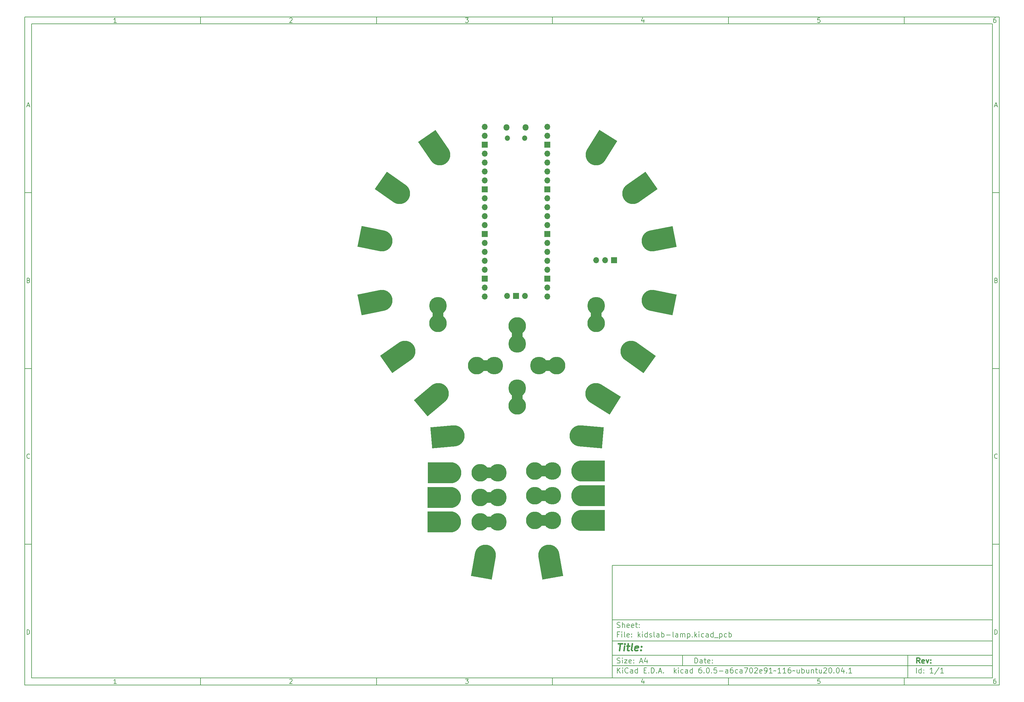
<source format=gbr>
%TF.GenerationSoftware,KiCad,Pcbnew,6.0.5-a6ca702e91~116~ubuntu20.04.1*%
%TF.CreationDate,2022-05-23T12:48:00+02:00*%
%TF.ProjectId,kidslab-lamp,6b696473-6c61-4622-9d6c-616d702e6b69,rev?*%
%TF.SameCoordinates,Original*%
%TF.FileFunction,Soldermask,Bot*%
%TF.FilePolarity,Negative*%
%FSLAX46Y46*%
G04 Gerber Fmt 4.6, Leading zero omitted, Abs format (unit mm)*
G04 Created by KiCad (PCBNEW 6.0.5-a6ca702e91~116~ubuntu20.04.1) date 2022-05-23 12:48:00*
%MOMM*%
%LPD*%
G01*
G04 APERTURE LIST*
G04 Aperture macros list*
%AMFreePoly0*
4,1,48,0.468453,2.455718,0.772542,2.377641,1.064448,2.262068,1.339567,2.110820,1.593560,1.926283,1.822422,1.711368,1.955916,1.550000,3.250000,1.550000,3.285355,1.535355,3.300000,1.500000,3.300000,-1.500000,3.285355,-1.535355,3.250000,-1.550000,1.955916,-1.550000,1.822422,-1.711368,1.593560,-1.926283,1.339567,-2.110820,1.064448,-2.262068,0.772542,-2.377641,0.468453,-2.455718,
0.156976,-2.495067,-0.156976,-2.495067,-0.468453,-2.455718,-0.772542,-2.377641,-1.064448,-2.262068,-1.339567,-2.110820,-1.593560,-1.926283,-1.822422,-1.711368,-2.022542,-1.469463,-2.190767,-1.204384,-2.324441,-0.920311,-2.421458,-0.621725,-2.480287,-0.313333,-2.500000,0.000000,-2.480287,0.313333,-2.421458,0.621725,-2.324441,0.920311,-2.190767,1.204384,-2.022542,1.469463,-1.822422,1.711368,
-1.593560,1.926283,-1.339567,2.110820,-1.064448,2.262068,-0.772542,2.377641,-0.468453,2.455718,-0.156976,2.495067,0.156976,2.495067,0.468453,2.455718,0.468453,2.455718,$1*%
%AMFreePoly1*
4,1,34,6.500000,-3.000000,0.000000,-3.000000,0.000000,-2.998354,-0.313585,-2.983566,-0.654430,-2.927750,-0.986600,-2.833129,-1.305693,-2.700956,-1.607480,-2.532984,-1.887961,-2.331438,-2.143418,-2.098991,-2.370465,-1.838721,-2.566093,-1.554081,-2.727708,-1.248842,-2.853170,-0.927051,-2.940814,-0.592972,-2.989479,-0.251034,-2.998520,0.094232,-2.967817,0.438249,-2.897777,0.776457,-2.789329,1.104374,
-2.643910,1.417652,-2.463448,1.712141,-2.250333,1.983936,-2.007392,2.229434,-1.737844,2.445383,-1.445261,2.628920,-1.133522,2.777612,-0.806759,2.889488,-0.469303,2.963065,-0.125627,2.997368,0.000000,2.995395,0.000000,3.000000,6.500000,3.000000,6.500000,-3.000000,6.500000,-3.000000,$1*%
G04 Aperture macros list end*
%ADD10C,0.100000*%
%ADD11C,0.150000*%
%ADD12C,0.300000*%
%ADD13C,0.400000*%
%ADD14FreePoly0,270.000000*%
%ADD15C,5.000000*%
%ADD16FreePoly0,0.000000*%
%ADD17FreePoly0,180.000000*%
%ADD18FreePoly0,90.000000*%
%ADD19FreePoly1,355.000000*%
%ADD20FreePoly1,220.000000*%
%ADD21FreePoly1,0.000000*%
%ADD22FreePoly1,191.500000*%
%ADD23FreePoly1,215.000000*%
%ADD24FreePoly1,180.000000*%
%ADD25FreePoly1,280.000000*%
%ADD26FreePoly1,145.000000*%
%ADD27FreePoly1,185.000000*%
%ADD28FreePoly1,58.000000*%
%ADD29FreePoly1,328.000000*%
%ADD30FreePoly1,260.000000*%
%ADD31FreePoly1,348.500000*%
%ADD32FreePoly1,11.000000*%
%ADD33FreePoly1,35.000000*%
%ADD34FreePoly1,124.500000*%
%ADD35FreePoly1,168.500000*%
%ADD36FreePoly1,324.500000*%
%ADD37O,1.800000X1.800000*%
%ADD38O,1.500000X1.500000*%
%ADD39O,1.700000X1.700000*%
%ADD40R,1.700000X1.700000*%
G04 APERTURE END LIST*
D10*
D11*
X177002200Y-166007200D02*
X177002200Y-198007200D01*
X285002200Y-198007200D01*
X285002200Y-166007200D01*
X177002200Y-166007200D01*
D10*
D11*
X10000000Y-10000000D02*
X10000000Y-200007200D01*
X287002200Y-200007200D01*
X287002200Y-10000000D01*
X10000000Y-10000000D01*
D10*
D11*
X12000000Y-12000000D02*
X12000000Y-198007200D01*
X285002200Y-198007200D01*
X285002200Y-12000000D01*
X12000000Y-12000000D01*
D10*
D11*
X60000000Y-12000000D02*
X60000000Y-10000000D01*
D10*
D11*
X110000000Y-12000000D02*
X110000000Y-10000000D01*
D10*
D11*
X160000000Y-12000000D02*
X160000000Y-10000000D01*
D10*
D11*
X210000000Y-12000000D02*
X210000000Y-10000000D01*
D10*
D11*
X260000000Y-12000000D02*
X260000000Y-10000000D01*
D10*
D11*
X36065476Y-11588095D02*
X35322619Y-11588095D01*
X35694047Y-11588095D02*
X35694047Y-10288095D01*
X35570238Y-10473809D01*
X35446428Y-10597619D01*
X35322619Y-10659523D01*
D10*
D11*
X85322619Y-10411904D02*
X85384523Y-10350000D01*
X85508333Y-10288095D01*
X85817857Y-10288095D01*
X85941666Y-10350000D01*
X86003571Y-10411904D01*
X86065476Y-10535714D01*
X86065476Y-10659523D01*
X86003571Y-10845238D01*
X85260714Y-11588095D01*
X86065476Y-11588095D01*
D10*
D11*
X135260714Y-10288095D02*
X136065476Y-10288095D01*
X135632142Y-10783333D01*
X135817857Y-10783333D01*
X135941666Y-10845238D01*
X136003571Y-10907142D01*
X136065476Y-11030952D01*
X136065476Y-11340476D01*
X136003571Y-11464285D01*
X135941666Y-11526190D01*
X135817857Y-11588095D01*
X135446428Y-11588095D01*
X135322619Y-11526190D01*
X135260714Y-11464285D01*
D10*
D11*
X185941666Y-10721428D02*
X185941666Y-11588095D01*
X185632142Y-10226190D02*
X185322619Y-11154761D01*
X186127380Y-11154761D01*
D10*
D11*
X236003571Y-10288095D02*
X235384523Y-10288095D01*
X235322619Y-10907142D01*
X235384523Y-10845238D01*
X235508333Y-10783333D01*
X235817857Y-10783333D01*
X235941666Y-10845238D01*
X236003571Y-10907142D01*
X236065476Y-11030952D01*
X236065476Y-11340476D01*
X236003571Y-11464285D01*
X235941666Y-11526190D01*
X235817857Y-11588095D01*
X235508333Y-11588095D01*
X235384523Y-11526190D01*
X235322619Y-11464285D01*
D10*
D11*
X285941666Y-10288095D02*
X285694047Y-10288095D01*
X285570238Y-10350000D01*
X285508333Y-10411904D01*
X285384523Y-10597619D01*
X285322619Y-10845238D01*
X285322619Y-11340476D01*
X285384523Y-11464285D01*
X285446428Y-11526190D01*
X285570238Y-11588095D01*
X285817857Y-11588095D01*
X285941666Y-11526190D01*
X286003571Y-11464285D01*
X286065476Y-11340476D01*
X286065476Y-11030952D01*
X286003571Y-10907142D01*
X285941666Y-10845238D01*
X285817857Y-10783333D01*
X285570238Y-10783333D01*
X285446428Y-10845238D01*
X285384523Y-10907142D01*
X285322619Y-11030952D01*
D10*
D11*
X60000000Y-198007200D02*
X60000000Y-200007200D01*
D10*
D11*
X110000000Y-198007200D02*
X110000000Y-200007200D01*
D10*
D11*
X160000000Y-198007200D02*
X160000000Y-200007200D01*
D10*
D11*
X210000000Y-198007200D02*
X210000000Y-200007200D01*
D10*
D11*
X260000000Y-198007200D02*
X260000000Y-200007200D01*
D10*
D11*
X36065476Y-199595295D02*
X35322619Y-199595295D01*
X35694047Y-199595295D02*
X35694047Y-198295295D01*
X35570238Y-198481009D01*
X35446428Y-198604819D01*
X35322619Y-198666723D01*
D10*
D11*
X85322619Y-198419104D02*
X85384523Y-198357200D01*
X85508333Y-198295295D01*
X85817857Y-198295295D01*
X85941666Y-198357200D01*
X86003571Y-198419104D01*
X86065476Y-198542914D01*
X86065476Y-198666723D01*
X86003571Y-198852438D01*
X85260714Y-199595295D01*
X86065476Y-199595295D01*
D10*
D11*
X135260714Y-198295295D02*
X136065476Y-198295295D01*
X135632142Y-198790533D01*
X135817857Y-198790533D01*
X135941666Y-198852438D01*
X136003571Y-198914342D01*
X136065476Y-199038152D01*
X136065476Y-199347676D01*
X136003571Y-199471485D01*
X135941666Y-199533390D01*
X135817857Y-199595295D01*
X135446428Y-199595295D01*
X135322619Y-199533390D01*
X135260714Y-199471485D01*
D10*
D11*
X185941666Y-198728628D02*
X185941666Y-199595295D01*
X185632142Y-198233390D02*
X185322619Y-199161961D01*
X186127380Y-199161961D01*
D10*
D11*
X236003571Y-198295295D02*
X235384523Y-198295295D01*
X235322619Y-198914342D01*
X235384523Y-198852438D01*
X235508333Y-198790533D01*
X235817857Y-198790533D01*
X235941666Y-198852438D01*
X236003571Y-198914342D01*
X236065476Y-199038152D01*
X236065476Y-199347676D01*
X236003571Y-199471485D01*
X235941666Y-199533390D01*
X235817857Y-199595295D01*
X235508333Y-199595295D01*
X235384523Y-199533390D01*
X235322619Y-199471485D01*
D10*
D11*
X285941666Y-198295295D02*
X285694047Y-198295295D01*
X285570238Y-198357200D01*
X285508333Y-198419104D01*
X285384523Y-198604819D01*
X285322619Y-198852438D01*
X285322619Y-199347676D01*
X285384523Y-199471485D01*
X285446428Y-199533390D01*
X285570238Y-199595295D01*
X285817857Y-199595295D01*
X285941666Y-199533390D01*
X286003571Y-199471485D01*
X286065476Y-199347676D01*
X286065476Y-199038152D01*
X286003571Y-198914342D01*
X285941666Y-198852438D01*
X285817857Y-198790533D01*
X285570238Y-198790533D01*
X285446428Y-198852438D01*
X285384523Y-198914342D01*
X285322619Y-199038152D01*
D10*
D11*
X10000000Y-60000000D02*
X12000000Y-60000000D01*
D10*
D11*
X10000000Y-110000000D02*
X12000000Y-110000000D01*
D10*
D11*
X10000000Y-160000000D02*
X12000000Y-160000000D01*
D10*
D11*
X10690476Y-35216666D02*
X11309523Y-35216666D01*
X10566666Y-35588095D02*
X11000000Y-34288095D01*
X11433333Y-35588095D01*
D10*
D11*
X11092857Y-84907142D02*
X11278571Y-84969047D01*
X11340476Y-85030952D01*
X11402380Y-85154761D01*
X11402380Y-85340476D01*
X11340476Y-85464285D01*
X11278571Y-85526190D01*
X11154761Y-85588095D01*
X10659523Y-85588095D01*
X10659523Y-84288095D01*
X11092857Y-84288095D01*
X11216666Y-84350000D01*
X11278571Y-84411904D01*
X11340476Y-84535714D01*
X11340476Y-84659523D01*
X11278571Y-84783333D01*
X11216666Y-84845238D01*
X11092857Y-84907142D01*
X10659523Y-84907142D01*
D10*
D11*
X11402380Y-135464285D02*
X11340476Y-135526190D01*
X11154761Y-135588095D01*
X11030952Y-135588095D01*
X10845238Y-135526190D01*
X10721428Y-135402380D01*
X10659523Y-135278571D01*
X10597619Y-135030952D01*
X10597619Y-134845238D01*
X10659523Y-134597619D01*
X10721428Y-134473809D01*
X10845238Y-134350000D01*
X11030952Y-134288095D01*
X11154761Y-134288095D01*
X11340476Y-134350000D01*
X11402380Y-134411904D01*
D10*
D11*
X10659523Y-185588095D02*
X10659523Y-184288095D01*
X10969047Y-184288095D01*
X11154761Y-184350000D01*
X11278571Y-184473809D01*
X11340476Y-184597619D01*
X11402380Y-184845238D01*
X11402380Y-185030952D01*
X11340476Y-185278571D01*
X11278571Y-185402380D01*
X11154761Y-185526190D01*
X10969047Y-185588095D01*
X10659523Y-185588095D01*
D10*
D11*
X287002200Y-60000000D02*
X285002200Y-60000000D01*
D10*
D11*
X287002200Y-110000000D02*
X285002200Y-110000000D01*
D10*
D11*
X287002200Y-160000000D02*
X285002200Y-160000000D01*
D10*
D11*
X285692676Y-35216666D02*
X286311723Y-35216666D01*
X285568866Y-35588095D02*
X286002200Y-34288095D01*
X286435533Y-35588095D01*
D10*
D11*
X286095057Y-84907142D02*
X286280771Y-84969047D01*
X286342676Y-85030952D01*
X286404580Y-85154761D01*
X286404580Y-85340476D01*
X286342676Y-85464285D01*
X286280771Y-85526190D01*
X286156961Y-85588095D01*
X285661723Y-85588095D01*
X285661723Y-84288095D01*
X286095057Y-84288095D01*
X286218866Y-84350000D01*
X286280771Y-84411904D01*
X286342676Y-84535714D01*
X286342676Y-84659523D01*
X286280771Y-84783333D01*
X286218866Y-84845238D01*
X286095057Y-84907142D01*
X285661723Y-84907142D01*
D10*
D11*
X286404580Y-135464285D02*
X286342676Y-135526190D01*
X286156961Y-135588095D01*
X286033152Y-135588095D01*
X285847438Y-135526190D01*
X285723628Y-135402380D01*
X285661723Y-135278571D01*
X285599819Y-135030952D01*
X285599819Y-134845238D01*
X285661723Y-134597619D01*
X285723628Y-134473809D01*
X285847438Y-134350000D01*
X286033152Y-134288095D01*
X286156961Y-134288095D01*
X286342676Y-134350000D01*
X286404580Y-134411904D01*
D10*
D11*
X285661723Y-185588095D02*
X285661723Y-184288095D01*
X285971247Y-184288095D01*
X286156961Y-184350000D01*
X286280771Y-184473809D01*
X286342676Y-184597619D01*
X286404580Y-184845238D01*
X286404580Y-185030952D01*
X286342676Y-185278571D01*
X286280771Y-185402380D01*
X286156961Y-185526190D01*
X285971247Y-185588095D01*
X285661723Y-185588095D01*
D10*
D11*
X200434342Y-193785771D02*
X200434342Y-192285771D01*
X200791485Y-192285771D01*
X201005771Y-192357200D01*
X201148628Y-192500057D01*
X201220057Y-192642914D01*
X201291485Y-192928628D01*
X201291485Y-193142914D01*
X201220057Y-193428628D01*
X201148628Y-193571485D01*
X201005771Y-193714342D01*
X200791485Y-193785771D01*
X200434342Y-193785771D01*
X202577200Y-193785771D02*
X202577200Y-193000057D01*
X202505771Y-192857200D01*
X202362914Y-192785771D01*
X202077200Y-192785771D01*
X201934342Y-192857200D01*
X202577200Y-193714342D02*
X202434342Y-193785771D01*
X202077200Y-193785771D01*
X201934342Y-193714342D01*
X201862914Y-193571485D01*
X201862914Y-193428628D01*
X201934342Y-193285771D01*
X202077200Y-193214342D01*
X202434342Y-193214342D01*
X202577200Y-193142914D01*
X203077200Y-192785771D02*
X203648628Y-192785771D01*
X203291485Y-192285771D02*
X203291485Y-193571485D01*
X203362914Y-193714342D01*
X203505771Y-193785771D01*
X203648628Y-193785771D01*
X204720057Y-193714342D02*
X204577200Y-193785771D01*
X204291485Y-193785771D01*
X204148628Y-193714342D01*
X204077200Y-193571485D01*
X204077200Y-193000057D01*
X204148628Y-192857200D01*
X204291485Y-192785771D01*
X204577200Y-192785771D01*
X204720057Y-192857200D01*
X204791485Y-193000057D01*
X204791485Y-193142914D01*
X204077200Y-193285771D01*
X205434342Y-193642914D02*
X205505771Y-193714342D01*
X205434342Y-193785771D01*
X205362914Y-193714342D01*
X205434342Y-193642914D01*
X205434342Y-193785771D01*
X205434342Y-192857200D02*
X205505771Y-192928628D01*
X205434342Y-193000057D01*
X205362914Y-192928628D01*
X205434342Y-192857200D01*
X205434342Y-193000057D01*
D10*
D11*
X177002200Y-194507200D02*
X285002200Y-194507200D01*
D10*
D11*
X178434342Y-196585771D02*
X178434342Y-195085771D01*
X179291485Y-196585771D02*
X178648628Y-195728628D01*
X179291485Y-195085771D02*
X178434342Y-195942914D01*
X179934342Y-196585771D02*
X179934342Y-195585771D01*
X179934342Y-195085771D02*
X179862914Y-195157200D01*
X179934342Y-195228628D01*
X180005771Y-195157200D01*
X179934342Y-195085771D01*
X179934342Y-195228628D01*
X181505771Y-196442914D02*
X181434342Y-196514342D01*
X181220057Y-196585771D01*
X181077200Y-196585771D01*
X180862914Y-196514342D01*
X180720057Y-196371485D01*
X180648628Y-196228628D01*
X180577200Y-195942914D01*
X180577200Y-195728628D01*
X180648628Y-195442914D01*
X180720057Y-195300057D01*
X180862914Y-195157200D01*
X181077200Y-195085771D01*
X181220057Y-195085771D01*
X181434342Y-195157200D01*
X181505771Y-195228628D01*
X182791485Y-196585771D02*
X182791485Y-195800057D01*
X182720057Y-195657200D01*
X182577200Y-195585771D01*
X182291485Y-195585771D01*
X182148628Y-195657200D01*
X182791485Y-196514342D02*
X182648628Y-196585771D01*
X182291485Y-196585771D01*
X182148628Y-196514342D01*
X182077200Y-196371485D01*
X182077200Y-196228628D01*
X182148628Y-196085771D01*
X182291485Y-196014342D01*
X182648628Y-196014342D01*
X182791485Y-195942914D01*
X184148628Y-196585771D02*
X184148628Y-195085771D01*
X184148628Y-196514342D02*
X184005771Y-196585771D01*
X183720057Y-196585771D01*
X183577200Y-196514342D01*
X183505771Y-196442914D01*
X183434342Y-196300057D01*
X183434342Y-195871485D01*
X183505771Y-195728628D01*
X183577200Y-195657200D01*
X183720057Y-195585771D01*
X184005771Y-195585771D01*
X184148628Y-195657200D01*
X186005771Y-195800057D02*
X186505771Y-195800057D01*
X186720057Y-196585771D02*
X186005771Y-196585771D01*
X186005771Y-195085771D01*
X186720057Y-195085771D01*
X187362914Y-196442914D02*
X187434342Y-196514342D01*
X187362914Y-196585771D01*
X187291485Y-196514342D01*
X187362914Y-196442914D01*
X187362914Y-196585771D01*
X188077200Y-196585771D02*
X188077200Y-195085771D01*
X188434342Y-195085771D01*
X188648628Y-195157200D01*
X188791485Y-195300057D01*
X188862914Y-195442914D01*
X188934342Y-195728628D01*
X188934342Y-195942914D01*
X188862914Y-196228628D01*
X188791485Y-196371485D01*
X188648628Y-196514342D01*
X188434342Y-196585771D01*
X188077200Y-196585771D01*
X189577200Y-196442914D02*
X189648628Y-196514342D01*
X189577200Y-196585771D01*
X189505771Y-196514342D01*
X189577200Y-196442914D01*
X189577200Y-196585771D01*
X190220057Y-196157200D02*
X190934342Y-196157200D01*
X190077200Y-196585771D02*
X190577200Y-195085771D01*
X191077200Y-196585771D01*
X191577200Y-196442914D02*
X191648628Y-196514342D01*
X191577200Y-196585771D01*
X191505771Y-196514342D01*
X191577200Y-196442914D01*
X191577200Y-196585771D01*
X194577200Y-196585771D02*
X194577200Y-195085771D01*
X194720057Y-196014342D02*
X195148628Y-196585771D01*
X195148628Y-195585771D02*
X194577200Y-196157200D01*
X195791485Y-196585771D02*
X195791485Y-195585771D01*
X195791485Y-195085771D02*
X195720057Y-195157200D01*
X195791485Y-195228628D01*
X195862914Y-195157200D01*
X195791485Y-195085771D01*
X195791485Y-195228628D01*
X197148628Y-196514342D02*
X197005771Y-196585771D01*
X196720057Y-196585771D01*
X196577200Y-196514342D01*
X196505771Y-196442914D01*
X196434342Y-196300057D01*
X196434342Y-195871485D01*
X196505771Y-195728628D01*
X196577200Y-195657200D01*
X196720057Y-195585771D01*
X197005771Y-195585771D01*
X197148628Y-195657200D01*
X198434342Y-196585771D02*
X198434342Y-195800057D01*
X198362914Y-195657200D01*
X198220057Y-195585771D01*
X197934342Y-195585771D01*
X197791485Y-195657200D01*
X198434342Y-196514342D02*
X198291485Y-196585771D01*
X197934342Y-196585771D01*
X197791485Y-196514342D01*
X197720057Y-196371485D01*
X197720057Y-196228628D01*
X197791485Y-196085771D01*
X197934342Y-196014342D01*
X198291485Y-196014342D01*
X198434342Y-195942914D01*
X199791485Y-196585771D02*
X199791485Y-195085771D01*
X199791485Y-196514342D02*
X199648628Y-196585771D01*
X199362914Y-196585771D01*
X199220057Y-196514342D01*
X199148628Y-196442914D01*
X199077200Y-196300057D01*
X199077200Y-195871485D01*
X199148628Y-195728628D01*
X199220057Y-195657200D01*
X199362914Y-195585771D01*
X199648628Y-195585771D01*
X199791485Y-195657200D01*
X202291485Y-195085771D02*
X202005771Y-195085771D01*
X201862914Y-195157200D01*
X201791485Y-195228628D01*
X201648628Y-195442914D01*
X201577200Y-195728628D01*
X201577200Y-196300057D01*
X201648628Y-196442914D01*
X201720057Y-196514342D01*
X201862914Y-196585771D01*
X202148628Y-196585771D01*
X202291485Y-196514342D01*
X202362914Y-196442914D01*
X202434342Y-196300057D01*
X202434342Y-195942914D01*
X202362914Y-195800057D01*
X202291485Y-195728628D01*
X202148628Y-195657200D01*
X201862914Y-195657200D01*
X201720057Y-195728628D01*
X201648628Y-195800057D01*
X201577200Y-195942914D01*
X203077200Y-196442914D02*
X203148628Y-196514342D01*
X203077200Y-196585771D01*
X203005771Y-196514342D01*
X203077200Y-196442914D01*
X203077200Y-196585771D01*
X204077200Y-195085771D02*
X204220057Y-195085771D01*
X204362914Y-195157200D01*
X204434342Y-195228628D01*
X204505771Y-195371485D01*
X204577200Y-195657200D01*
X204577200Y-196014342D01*
X204505771Y-196300057D01*
X204434342Y-196442914D01*
X204362914Y-196514342D01*
X204220057Y-196585771D01*
X204077200Y-196585771D01*
X203934342Y-196514342D01*
X203862914Y-196442914D01*
X203791485Y-196300057D01*
X203720057Y-196014342D01*
X203720057Y-195657200D01*
X203791485Y-195371485D01*
X203862914Y-195228628D01*
X203934342Y-195157200D01*
X204077200Y-195085771D01*
X205220057Y-196442914D02*
X205291485Y-196514342D01*
X205220057Y-196585771D01*
X205148628Y-196514342D01*
X205220057Y-196442914D01*
X205220057Y-196585771D01*
X206648628Y-195085771D02*
X205934342Y-195085771D01*
X205862914Y-195800057D01*
X205934342Y-195728628D01*
X206077200Y-195657200D01*
X206434342Y-195657200D01*
X206577200Y-195728628D01*
X206648628Y-195800057D01*
X206720057Y-195942914D01*
X206720057Y-196300057D01*
X206648628Y-196442914D01*
X206577200Y-196514342D01*
X206434342Y-196585771D01*
X206077200Y-196585771D01*
X205934342Y-196514342D01*
X205862914Y-196442914D01*
X207362914Y-196014342D02*
X208505771Y-196014342D01*
X209862914Y-196585771D02*
X209862914Y-195800057D01*
X209791485Y-195657200D01*
X209648628Y-195585771D01*
X209362914Y-195585771D01*
X209220057Y-195657200D01*
X209862914Y-196514342D02*
X209720057Y-196585771D01*
X209362914Y-196585771D01*
X209220057Y-196514342D01*
X209148628Y-196371485D01*
X209148628Y-196228628D01*
X209220057Y-196085771D01*
X209362914Y-196014342D01*
X209720057Y-196014342D01*
X209862914Y-195942914D01*
X211220057Y-195085771D02*
X210934342Y-195085771D01*
X210791485Y-195157200D01*
X210720057Y-195228628D01*
X210577200Y-195442914D01*
X210505771Y-195728628D01*
X210505771Y-196300057D01*
X210577200Y-196442914D01*
X210648628Y-196514342D01*
X210791485Y-196585771D01*
X211077200Y-196585771D01*
X211220057Y-196514342D01*
X211291485Y-196442914D01*
X211362914Y-196300057D01*
X211362914Y-195942914D01*
X211291485Y-195800057D01*
X211220057Y-195728628D01*
X211077200Y-195657200D01*
X210791485Y-195657200D01*
X210648628Y-195728628D01*
X210577200Y-195800057D01*
X210505771Y-195942914D01*
X212648628Y-196514342D02*
X212505771Y-196585771D01*
X212220057Y-196585771D01*
X212077200Y-196514342D01*
X212005771Y-196442914D01*
X211934342Y-196300057D01*
X211934342Y-195871485D01*
X212005771Y-195728628D01*
X212077200Y-195657200D01*
X212220057Y-195585771D01*
X212505771Y-195585771D01*
X212648628Y-195657200D01*
X213934342Y-196585771D02*
X213934342Y-195800057D01*
X213862914Y-195657200D01*
X213720057Y-195585771D01*
X213434342Y-195585771D01*
X213291485Y-195657200D01*
X213934342Y-196514342D02*
X213791485Y-196585771D01*
X213434342Y-196585771D01*
X213291485Y-196514342D01*
X213220057Y-196371485D01*
X213220057Y-196228628D01*
X213291485Y-196085771D01*
X213434342Y-196014342D01*
X213791485Y-196014342D01*
X213934342Y-195942914D01*
X214505771Y-195085771D02*
X215505771Y-195085771D01*
X214862914Y-196585771D01*
X216362914Y-195085771D02*
X216505771Y-195085771D01*
X216648628Y-195157200D01*
X216720057Y-195228628D01*
X216791485Y-195371485D01*
X216862914Y-195657200D01*
X216862914Y-196014342D01*
X216791485Y-196300057D01*
X216720057Y-196442914D01*
X216648628Y-196514342D01*
X216505771Y-196585771D01*
X216362914Y-196585771D01*
X216220057Y-196514342D01*
X216148628Y-196442914D01*
X216077200Y-196300057D01*
X216005771Y-196014342D01*
X216005771Y-195657200D01*
X216077200Y-195371485D01*
X216148628Y-195228628D01*
X216220057Y-195157200D01*
X216362914Y-195085771D01*
X217434342Y-195228628D02*
X217505771Y-195157200D01*
X217648628Y-195085771D01*
X218005771Y-195085771D01*
X218148628Y-195157200D01*
X218220057Y-195228628D01*
X218291485Y-195371485D01*
X218291485Y-195514342D01*
X218220057Y-195728628D01*
X217362914Y-196585771D01*
X218291485Y-196585771D01*
X219505771Y-196514342D02*
X219362914Y-196585771D01*
X219077200Y-196585771D01*
X218934342Y-196514342D01*
X218862914Y-196371485D01*
X218862914Y-195800057D01*
X218934342Y-195657200D01*
X219077200Y-195585771D01*
X219362914Y-195585771D01*
X219505771Y-195657200D01*
X219577200Y-195800057D01*
X219577200Y-195942914D01*
X218862914Y-196085771D01*
X220291485Y-196585771D02*
X220577200Y-196585771D01*
X220720057Y-196514342D01*
X220791485Y-196442914D01*
X220934342Y-196228628D01*
X221005771Y-195942914D01*
X221005771Y-195371485D01*
X220934342Y-195228628D01*
X220862914Y-195157200D01*
X220720057Y-195085771D01*
X220434342Y-195085771D01*
X220291485Y-195157200D01*
X220220057Y-195228628D01*
X220148628Y-195371485D01*
X220148628Y-195728628D01*
X220220057Y-195871485D01*
X220291485Y-195942914D01*
X220434342Y-196014342D01*
X220720057Y-196014342D01*
X220862914Y-195942914D01*
X220934342Y-195871485D01*
X221005771Y-195728628D01*
X222434342Y-196585771D02*
X221577199Y-196585771D01*
X222005771Y-196585771D02*
X222005771Y-195085771D01*
X221862914Y-195300057D01*
X221720057Y-195442914D01*
X221577199Y-195514342D01*
X222862914Y-196014342D02*
X222934342Y-195942914D01*
X223077199Y-195871485D01*
X223362914Y-196014342D01*
X223505771Y-195942914D01*
X223577199Y-195871485D01*
X224934342Y-196585771D02*
X224077199Y-196585771D01*
X224505771Y-196585771D02*
X224505771Y-195085771D01*
X224362914Y-195300057D01*
X224220057Y-195442914D01*
X224077199Y-195514342D01*
X226362914Y-196585771D02*
X225505771Y-196585771D01*
X225934342Y-196585771D02*
X225934342Y-195085771D01*
X225791485Y-195300057D01*
X225648628Y-195442914D01*
X225505771Y-195514342D01*
X227648628Y-195085771D02*
X227362914Y-195085771D01*
X227220057Y-195157200D01*
X227148628Y-195228628D01*
X227005771Y-195442914D01*
X226934342Y-195728628D01*
X226934342Y-196300057D01*
X227005771Y-196442914D01*
X227077199Y-196514342D01*
X227220057Y-196585771D01*
X227505771Y-196585771D01*
X227648628Y-196514342D01*
X227720057Y-196442914D01*
X227791485Y-196300057D01*
X227791485Y-195942914D01*
X227720057Y-195800057D01*
X227648628Y-195728628D01*
X227505771Y-195657200D01*
X227220057Y-195657200D01*
X227077199Y-195728628D01*
X227005771Y-195800057D01*
X226934342Y-195942914D01*
X228220057Y-196014342D02*
X228291485Y-195942914D01*
X228434342Y-195871485D01*
X228720057Y-196014342D01*
X228862914Y-195942914D01*
X228934342Y-195871485D01*
X230148628Y-195585771D02*
X230148628Y-196585771D01*
X229505771Y-195585771D02*
X229505771Y-196371485D01*
X229577199Y-196514342D01*
X229720057Y-196585771D01*
X229934342Y-196585771D01*
X230077199Y-196514342D01*
X230148628Y-196442914D01*
X230862914Y-196585771D02*
X230862914Y-195085771D01*
X230862914Y-195657200D02*
X231005771Y-195585771D01*
X231291485Y-195585771D01*
X231434342Y-195657200D01*
X231505771Y-195728628D01*
X231577199Y-195871485D01*
X231577199Y-196300057D01*
X231505771Y-196442914D01*
X231434342Y-196514342D01*
X231291485Y-196585771D01*
X231005771Y-196585771D01*
X230862914Y-196514342D01*
X232862914Y-195585771D02*
X232862914Y-196585771D01*
X232220057Y-195585771D02*
X232220057Y-196371485D01*
X232291485Y-196514342D01*
X232434342Y-196585771D01*
X232648628Y-196585771D01*
X232791485Y-196514342D01*
X232862914Y-196442914D01*
X233577199Y-195585771D02*
X233577199Y-196585771D01*
X233577199Y-195728628D02*
X233648628Y-195657200D01*
X233791485Y-195585771D01*
X234005771Y-195585771D01*
X234148628Y-195657200D01*
X234220057Y-195800057D01*
X234220057Y-196585771D01*
X234720057Y-195585771D02*
X235291485Y-195585771D01*
X234934342Y-195085771D02*
X234934342Y-196371485D01*
X235005771Y-196514342D01*
X235148628Y-196585771D01*
X235291485Y-196585771D01*
X236434342Y-195585771D02*
X236434342Y-196585771D01*
X235791485Y-195585771D02*
X235791485Y-196371485D01*
X235862914Y-196514342D01*
X236005771Y-196585771D01*
X236220057Y-196585771D01*
X236362914Y-196514342D01*
X236434342Y-196442914D01*
X237077199Y-195228628D02*
X237148628Y-195157200D01*
X237291485Y-195085771D01*
X237648628Y-195085771D01*
X237791485Y-195157200D01*
X237862914Y-195228628D01*
X237934342Y-195371485D01*
X237934342Y-195514342D01*
X237862914Y-195728628D01*
X237005771Y-196585771D01*
X237934342Y-196585771D01*
X238862914Y-195085771D02*
X239005771Y-195085771D01*
X239148628Y-195157200D01*
X239220057Y-195228628D01*
X239291485Y-195371485D01*
X239362914Y-195657200D01*
X239362914Y-196014342D01*
X239291485Y-196300057D01*
X239220057Y-196442914D01*
X239148628Y-196514342D01*
X239005771Y-196585771D01*
X238862914Y-196585771D01*
X238720057Y-196514342D01*
X238648628Y-196442914D01*
X238577199Y-196300057D01*
X238505771Y-196014342D01*
X238505771Y-195657200D01*
X238577199Y-195371485D01*
X238648628Y-195228628D01*
X238720057Y-195157200D01*
X238862914Y-195085771D01*
X240005771Y-196442914D02*
X240077199Y-196514342D01*
X240005771Y-196585771D01*
X239934342Y-196514342D01*
X240005771Y-196442914D01*
X240005771Y-196585771D01*
X241005771Y-195085771D02*
X241148628Y-195085771D01*
X241291485Y-195157200D01*
X241362914Y-195228628D01*
X241434342Y-195371485D01*
X241505771Y-195657200D01*
X241505771Y-196014342D01*
X241434342Y-196300057D01*
X241362914Y-196442914D01*
X241291485Y-196514342D01*
X241148628Y-196585771D01*
X241005771Y-196585771D01*
X240862914Y-196514342D01*
X240791485Y-196442914D01*
X240720057Y-196300057D01*
X240648628Y-196014342D01*
X240648628Y-195657200D01*
X240720057Y-195371485D01*
X240791485Y-195228628D01*
X240862914Y-195157200D01*
X241005771Y-195085771D01*
X242791485Y-195585771D02*
X242791485Y-196585771D01*
X242434342Y-195014342D02*
X242077199Y-196085771D01*
X243005771Y-196085771D01*
X243577199Y-196442914D02*
X243648628Y-196514342D01*
X243577199Y-196585771D01*
X243505771Y-196514342D01*
X243577199Y-196442914D01*
X243577199Y-196585771D01*
X245077199Y-196585771D02*
X244220057Y-196585771D01*
X244648628Y-196585771D02*
X244648628Y-195085771D01*
X244505771Y-195300057D01*
X244362914Y-195442914D01*
X244220057Y-195514342D01*
D10*
D11*
X177002200Y-191507200D02*
X285002200Y-191507200D01*
D10*
D12*
X264411485Y-193785771D02*
X263911485Y-193071485D01*
X263554342Y-193785771D02*
X263554342Y-192285771D01*
X264125771Y-192285771D01*
X264268628Y-192357200D01*
X264340057Y-192428628D01*
X264411485Y-192571485D01*
X264411485Y-192785771D01*
X264340057Y-192928628D01*
X264268628Y-193000057D01*
X264125771Y-193071485D01*
X263554342Y-193071485D01*
X265625771Y-193714342D02*
X265482914Y-193785771D01*
X265197200Y-193785771D01*
X265054342Y-193714342D01*
X264982914Y-193571485D01*
X264982914Y-193000057D01*
X265054342Y-192857200D01*
X265197200Y-192785771D01*
X265482914Y-192785771D01*
X265625771Y-192857200D01*
X265697200Y-193000057D01*
X265697200Y-193142914D01*
X264982914Y-193285771D01*
X266197200Y-192785771D02*
X266554342Y-193785771D01*
X266911485Y-192785771D01*
X267482914Y-193642914D02*
X267554342Y-193714342D01*
X267482914Y-193785771D01*
X267411485Y-193714342D01*
X267482914Y-193642914D01*
X267482914Y-193785771D01*
X267482914Y-192857200D02*
X267554342Y-192928628D01*
X267482914Y-193000057D01*
X267411485Y-192928628D01*
X267482914Y-192857200D01*
X267482914Y-193000057D01*
D10*
D11*
X178362914Y-193714342D02*
X178577200Y-193785771D01*
X178934342Y-193785771D01*
X179077200Y-193714342D01*
X179148628Y-193642914D01*
X179220057Y-193500057D01*
X179220057Y-193357200D01*
X179148628Y-193214342D01*
X179077200Y-193142914D01*
X178934342Y-193071485D01*
X178648628Y-193000057D01*
X178505771Y-192928628D01*
X178434342Y-192857200D01*
X178362914Y-192714342D01*
X178362914Y-192571485D01*
X178434342Y-192428628D01*
X178505771Y-192357200D01*
X178648628Y-192285771D01*
X179005771Y-192285771D01*
X179220057Y-192357200D01*
X179862914Y-193785771D02*
X179862914Y-192785771D01*
X179862914Y-192285771D02*
X179791485Y-192357200D01*
X179862914Y-192428628D01*
X179934342Y-192357200D01*
X179862914Y-192285771D01*
X179862914Y-192428628D01*
X180434342Y-192785771D02*
X181220057Y-192785771D01*
X180434342Y-193785771D01*
X181220057Y-193785771D01*
X182362914Y-193714342D02*
X182220057Y-193785771D01*
X181934342Y-193785771D01*
X181791485Y-193714342D01*
X181720057Y-193571485D01*
X181720057Y-193000057D01*
X181791485Y-192857200D01*
X181934342Y-192785771D01*
X182220057Y-192785771D01*
X182362914Y-192857200D01*
X182434342Y-193000057D01*
X182434342Y-193142914D01*
X181720057Y-193285771D01*
X183077200Y-193642914D02*
X183148628Y-193714342D01*
X183077200Y-193785771D01*
X183005771Y-193714342D01*
X183077200Y-193642914D01*
X183077200Y-193785771D01*
X183077200Y-192857200D02*
X183148628Y-192928628D01*
X183077200Y-193000057D01*
X183005771Y-192928628D01*
X183077200Y-192857200D01*
X183077200Y-193000057D01*
X184862914Y-193357200D02*
X185577200Y-193357200D01*
X184720057Y-193785771D02*
X185220057Y-192285771D01*
X185720057Y-193785771D01*
X186862914Y-192785771D02*
X186862914Y-193785771D01*
X186505771Y-192214342D02*
X186148628Y-193285771D01*
X187077200Y-193285771D01*
D10*
D11*
X263434342Y-196585771D02*
X263434342Y-195085771D01*
X264791485Y-196585771D02*
X264791485Y-195085771D01*
X264791485Y-196514342D02*
X264648628Y-196585771D01*
X264362914Y-196585771D01*
X264220057Y-196514342D01*
X264148628Y-196442914D01*
X264077200Y-196300057D01*
X264077200Y-195871485D01*
X264148628Y-195728628D01*
X264220057Y-195657200D01*
X264362914Y-195585771D01*
X264648628Y-195585771D01*
X264791485Y-195657200D01*
X265505771Y-196442914D02*
X265577200Y-196514342D01*
X265505771Y-196585771D01*
X265434342Y-196514342D01*
X265505771Y-196442914D01*
X265505771Y-196585771D01*
X265505771Y-195657200D02*
X265577200Y-195728628D01*
X265505771Y-195800057D01*
X265434342Y-195728628D01*
X265505771Y-195657200D01*
X265505771Y-195800057D01*
X268148628Y-196585771D02*
X267291485Y-196585771D01*
X267720057Y-196585771D02*
X267720057Y-195085771D01*
X267577200Y-195300057D01*
X267434342Y-195442914D01*
X267291485Y-195514342D01*
X269862914Y-195014342D02*
X268577200Y-196942914D01*
X271148628Y-196585771D02*
X270291485Y-196585771D01*
X270720057Y-196585771D02*
X270720057Y-195085771D01*
X270577200Y-195300057D01*
X270434342Y-195442914D01*
X270291485Y-195514342D01*
D10*
D11*
X177002200Y-187507200D02*
X285002200Y-187507200D01*
D10*
D13*
X178714580Y-188211961D02*
X179857438Y-188211961D01*
X179036009Y-190211961D02*
X179286009Y-188211961D01*
X180274104Y-190211961D02*
X180440771Y-188878628D01*
X180524104Y-188211961D02*
X180416961Y-188307200D01*
X180500295Y-188402438D01*
X180607438Y-188307200D01*
X180524104Y-188211961D01*
X180500295Y-188402438D01*
X181107438Y-188878628D02*
X181869342Y-188878628D01*
X181476485Y-188211961D02*
X181262200Y-189926247D01*
X181333628Y-190116723D01*
X181512200Y-190211961D01*
X181702676Y-190211961D01*
X182655057Y-190211961D02*
X182476485Y-190116723D01*
X182405057Y-189926247D01*
X182619342Y-188211961D01*
X184190771Y-190116723D02*
X183988390Y-190211961D01*
X183607438Y-190211961D01*
X183428866Y-190116723D01*
X183357438Y-189926247D01*
X183452676Y-189164342D01*
X183571723Y-188973866D01*
X183774104Y-188878628D01*
X184155057Y-188878628D01*
X184333628Y-188973866D01*
X184405057Y-189164342D01*
X184381247Y-189354819D01*
X183405057Y-189545295D01*
X185155057Y-190021485D02*
X185238390Y-190116723D01*
X185131247Y-190211961D01*
X185047914Y-190116723D01*
X185155057Y-190021485D01*
X185131247Y-190211961D01*
X185286009Y-188973866D02*
X185369342Y-189069104D01*
X185262200Y-189164342D01*
X185178866Y-189069104D01*
X185286009Y-188973866D01*
X185262200Y-189164342D01*
D10*
D11*
X178934342Y-185600057D02*
X178434342Y-185600057D01*
X178434342Y-186385771D02*
X178434342Y-184885771D01*
X179148628Y-184885771D01*
X179720057Y-186385771D02*
X179720057Y-185385771D01*
X179720057Y-184885771D02*
X179648628Y-184957200D01*
X179720057Y-185028628D01*
X179791485Y-184957200D01*
X179720057Y-184885771D01*
X179720057Y-185028628D01*
X180648628Y-186385771D02*
X180505771Y-186314342D01*
X180434342Y-186171485D01*
X180434342Y-184885771D01*
X181791485Y-186314342D02*
X181648628Y-186385771D01*
X181362914Y-186385771D01*
X181220057Y-186314342D01*
X181148628Y-186171485D01*
X181148628Y-185600057D01*
X181220057Y-185457200D01*
X181362914Y-185385771D01*
X181648628Y-185385771D01*
X181791485Y-185457200D01*
X181862914Y-185600057D01*
X181862914Y-185742914D01*
X181148628Y-185885771D01*
X182505771Y-186242914D02*
X182577200Y-186314342D01*
X182505771Y-186385771D01*
X182434342Y-186314342D01*
X182505771Y-186242914D01*
X182505771Y-186385771D01*
X182505771Y-185457200D02*
X182577200Y-185528628D01*
X182505771Y-185600057D01*
X182434342Y-185528628D01*
X182505771Y-185457200D01*
X182505771Y-185600057D01*
X184362914Y-186385771D02*
X184362914Y-184885771D01*
X184505771Y-185814342D02*
X184934342Y-186385771D01*
X184934342Y-185385771D02*
X184362914Y-185957200D01*
X185577200Y-186385771D02*
X185577200Y-185385771D01*
X185577200Y-184885771D02*
X185505771Y-184957200D01*
X185577200Y-185028628D01*
X185648628Y-184957200D01*
X185577200Y-184885771D01*
X185577200Y-185028628D01*
X186934342Y-186385771D02*
X186934342Y-184885771D01*
X186934342Y-186314342D02*
X186791485Y-186385771D01*
X186505771Y-186385771D01*
X186362914Y-186314342D01*
X186291485Y-186242914D01*
X186220057Y-186100057D01*
X186220057Y-185671485D01*
X186291485Y-185528628D01*
X186362914Y-185457200D01*
X186505771Y-185385771D01*
X186791485Y-185385771D01*
X186934342Y-185457200D01*
X187577200Y-186314342D02*
X187720057Y-186385771D01*
X188005771Y-186385771D01*
X188148628Y-186314342D01*
X188220057Y-186171485D01*
X188220057Y-186100057D01*
X188148628Y-185957200D01*
X188005771Y-185885771D01*
X187791485Y-185885771D01*
X187648628Y-185814342D01*
X187577200Y-185671485D01*
X187577200Y-185600057D01*
X187648628Y-185457200D01*
X187791485Y-185385771D01*
X188005771Y-185385771D01*
X188148628Y-185457200D01*
X189077200Y-186385771D02*
X188934342Y-186314342D01*
X188862914Y-186171485D01*
X188862914Y-184885771D01*
X190291485Y-186385771D02*
X190291485Y-185600057D01*
X190220057Y-185457200D01*
X190077200Y-185385771D01*
X189791485Y-185385771D01*
X189648628Y-185457200D01*
X190291485Y-186314342D02*
X190148628Y-186385771D01*
X189791485Y-186385771D01*
X189648628Y-186314342D01*
X189577200Y-186171485D01*
X189577200Y-186028628D01*
X189648628Y-185885771D01*
X189791485Y-185814342D01*
X190148628Y-185814342D01*
X190291485Y-185742914D01*
X191005771Y-186385771D02*
X191005771Y-184885771D01*
X191005771Y-185457200D02*
X191148628Y-185385771D01*
X191434342Y-185385771D01*
X191577200Y-185457200D01*
X191648628Y-185528628D01*
X191720057Y-185671485D01*
X191720057Y-186100057D01*
X191648628Y-186242914D01*
X191577200Y-186314342D01*
X191434342Y-186385771D01*
X191148628Y-186385771D01*
X191005771Y-186314342D01*
X192362914Y-185814342D02*
X193505771Y-185814342D01*
X194434342Y-186385771D02*
X194291485Y-186314342D01*
X194220057Y-186171485D01*
X194220057Y-184885771D01*
X195648628Y-186385771D02*
X195648628Y-185600057D01*
X195577200Y-185457200D01*
X195434342Y-185385771D01*
X195148628Y-185385771D01*
X195005771Y-185457200D01*
X195648628Y-186314342D02*
X195505771Y-186385771D01*
X195148628Y-186385771D01*
X195005771Y-186314342D01*
X194934342Y-186171485D01*
X194934342Y-186028628D01*
X195005771Y-185885771D01*
X195148628Y-185814342D01*
X195505771Y-185814342D01*
X195648628Y-185742914D01*
X196362914Y-186385771D02*
X196362914Y-185385771D01*
X196362914Y-185528628D02*
X196434342Y-185457200D01*
X196577200Y-185385771D01*
X196791485Y-185385771D01*
X196934342Y-185457200D01*
X197005771Y-185600057D01*
X197005771Y-186385771D01*
X197005771Y-185600057D02*
X197077200Y-185457200D01*
X197220057Y-185385771D01*
X197434342Y-185385771D01*
X197577200Y-185457200D01*
X197648628Y-185600057D01*
X197648628Y-186385771D01*
X198362914Y-185385771D02*
X198362914Y-186885771D01*
X198362914Y-185457200D02*
X198505771Y-185385771D01*
X198791485Y-185385771D01*
X198934342Y-185457200D01*
X199005771Y-185528628D01*
X199077200Y-185671485D01*
X199077200Y-186100057D01*
X199005771Y-186242914D01*
X198934342Y-186314342D01*
X198791485Y-186385771D01*
X198505771Y-186385771D01*
X198362914Y-186314342D01*
X199720057Y-186242914D02*
X199791485Y-186314342D01*
X199720057Y-186385771D01*
X199648628Y-186314342D01*
X199720057Y-186242914D01*
X199720057Y-186385771D01*
X200434342Y-186385771D02*
X200434342Y-184885771D01*
X200577200Y-185814342D02*
X201005771Y-186385771D01*
X201005771Y-185385771D02*
X200434342Y-185957200D01*
X201648628Y-186385771D02*
X201648628Y-185385771D01*
X201648628Y-184885771D02*
X201577200Y-184957200D01*
X201648628Y-185028628D01*
X201720057Y-184957200D01*
X201648628Y-184885771D01*
X201648628Y-185028628D01*
X203005771Y-186314342D02*
X202862914Y-186385771D01*
X202577200Y-186385771D01*
X202434342Y-186314342D01*
X202362914Y-186242914D01*
X202291485Y-186100057D01*
X202291485Y-185671485D01*
X202362914Y-185528628D01*
X202434342Y-185457200D01*
X202577200Y-185385771D01*
X202862914Y-185385771D01*
X203005771Y-185457200D01*
X204291485Y-186385771D02*
X204291485Y-185600057D01*
X204220057Y-185457200D01*
X204077200Y-185385771D01*
X203791485Y-185385771D01*
X203648628Y-185457200D01*
X204291485Y-186314342D02*
X204148628Y-186385771D01*
X203791485Y-186385771D01*
X203648628Y-186314342D01*
X203577200Y-186171485D01*
X203577200Y-186028628D01*
X203648628Y-185885771D01*
X203791485Y-185814342D01*
X204148628Y-185814342D01*
X204291485Y-185742914D01*
X205648628Y-186385771D02*
X205648628Y-184885771D01*
X205648628Y-186314342D02*
X205505771Y-186385771D01*
X205220057Y-186385771D01*
X205077200Y-186314342D01*
X205005771Y-186242914D01*
X204934342Y-186100057D01*
X204934342Y-185671485D01*
X205005771Y-185528628D01*
X205077200Y-185457200D01*
X205220057Y-185385771D01*
X205505771Y-185385771D01*
X205648628Y-185457200D01*
X206005771Y-186528628D02*
X207148628Y-186528628D01*
X207505771Y-185385771D02*
X207505771Y-186885771D01*
X207505771Y-185457200D02*
X207648628Y-185385771D01*
X207934342Y-185385771D01*
X208077200Y-185457200D01*
X208148628Y-185528628D01*
X208220057Y-185671485D01*
X208220057Y-186100057D01*
X208148628Y-186242914D01*
X208077200Y-186314342D01*
X207934342Y-186385771D01*
X207648628Y-186385771D01*
X207505771Y-186314342D01*
X209505771Y-186314342D02*
X209362914Y-186385771D01*
X209077200Y-186385771D01*
X208934342Y-186314342D01*
X208862914Y-186242914D01*
X208791485Y-186100057D01*
X208791485Y-185671485D01*
X208862914Y-185528628D01*
X208934342Y-185457200D01*
X209077200Y-185385771D01*
X209362914Y-185385771D01*
X209505771Y-185457200D01*
X210148628Y-186385771D02*
X210148628Y-184885771D01*
X210148628Y-185457200D02*
X210291485Y-185385771D01*
X210577200Y-185385771D01*
X210720057Y-185457200D01*
X210791485Y-185528628D01*
X210862914Y-185671485D01*
X210862914Y-186100057D01*
X210791485Y-186242914D01*
X210720057Y-186314342D01*
X210577200Y-186385771D01*
X210291485Y-186385771D01*
X210148628Y-186314342D01*
D10*
D11*
X177002200Y-181507200D02*
X285002200Y-181507200D01*
D10*
D11*
X178362914Y-183614342D02*
X178577200Y-183685771D01*
X178934342Y-183685771D01*
X179077200Y-183614342D01*
X179148628Y-183542914D01*
X179220057Y-183400057D01*
X179220057Y-183257200D01*
X179148628Y-183114342D01*
X179077200Y-183042914D01*
X178934342Y-182971485D01*
X178648628Y-182900057D01*
X178505771Y-182828628D01*
X178434342Y-182757200D01*
X178362914Y-182614342D01*
X178362914Y-182471485D01*
X178434342Y-182328628D01*
X178505771Y-182257200D01*
X178648628Y-182185771D01*
X179005771Y-182185771D01*
X179220057Y-182257200D01*
X179862914Y-183685771D02*
X179862914Y-182185771D01*
X180505771Y-183685771D02*
X180505771Y-182900057D01*
X180434342Y-182757200D01*
X180291485Y-182685771D01*
X180077200Y-182685771D01*
X179934342Y-182757200D01*
X179862914Y-182828628D01*
X181791485Y-183614342D02*
X181648628Y-183685771D01*
X181362914Y-183685771D01*
X181220057Y-183614342D01*
X181148628Y-183471485D01*
X181148628Y-182900057D01*
X181220057Y-182757200D01*
X181362914Y-182685771D01*
X181648628Y-182685771D01*
X181791485Y-182757200D01*
X181862914Y-182900057D01*
X181862914Y-183042914D01*
X181148628Y-183185771D01*
X183077200Y-183614342D02*
X182934342Y-183685771D01*
X182648628Y-183685771D01*
X182505771Y-183614342D01*
X182434342Y-183471485D01*
X182434342Y-182900057D01*
X182505771Y-182757200D01*
X182648628Y-182685771D01*
X182934342Y-182685771D01*
X183077200Y-182757200D01*
X183148628Y-182900057D01*
X183148628Y-183042914D01*
X182434342Y-183185771D01*
X183577200Y-182685771D02*
X184148628Y-182685771D01*
X183791485Y-182185771D02*
X183791485Y-183471485D01*
X183862914Y-183614342D01*
X184005771Y-183685771D01*
X184148628Y-183685771D01*
X184648628Y-183542914D02*
X184720057Y-183614342D01*
X184648628Y-183685771D01*
X184577200Y-183614342D01*
X184648628Y-183542914D01*
X184648628Y-183685771D01*
X184648628Y-182757200D02*
X184720057Y-182828628D01*
X184648628Y-182900057D01*
X184577200Y-182828628D01*
X184648628Y-182757200D01*
X184648628Y-182900057D01*
D10*
D12*
D10*
D11*
D10*
D11*
D10*
D11*
D10*
D11*
D10*
D11*
X197002200Y-191507200D02*
X197002200Y-194507200D01*
D10*
D11*
X261002200Y-191507200D02*
X261002200Y-198007200D01*
D14*
%TO.C,GPIO15*%
X149938000Y-97944000D03*
D15*
X149938000Y-102944000D03*
%TD*%
D16*
%TO.C,GPIO14*%
X138478000Y-109154000D03*
D15*
X143478000Y-109154000D03*
%TD*%
D17*
%TO.C,GPIO16*%
X161148000Y-109154000D03*
D15*
X156148000Y-109154000D03*
%TD*%
D18*
%TO.C,GPIO17*%
X149938000Y-120614000D03*
D15*
X149938000Y-115614000D03*
%TD*%
D19*
%TO.C,E39*%
X167838381Y-129145284D03*
%TD*%
D20*
%TO.C,GPIO5*%
X127514604Y-117089721D03*
%TD*%
D21*
%TO.C,E30*%
X168338000Y-146154000D03*
%TD*%
D22*
%TO.C,GPIO3*%
X111535992Y-90634063D03*
%TD*%
D23*
%TO.C,GPIO4*%
X118019915Y-105096642D03*
%TD*%
D24*
%TO.C,E34*%
X131038000Y-153654000D03*
%TD*%
D25*
%TO.C,E37*%
X158920635Y-163055519D03*
%TD*%
D26*
%TO.C,GPIO1*%
X116519915Y-60211358D03*
%TD*%
D27*
%TO.C,E40*%
X132037619Y-129145284D03*
%TD*%
D28*
%TO.C,GPIO28*%
X172385008Y-49238805D03*
%TD*%
D29*
%TO.C,GPIO20*%
X172353195Y-117101008D03*
%TD*%
D21*
%TO.C,E31*%
X168338000Y-139154000D03*
%TD*%
D30*
%TO.C,E38*%
X140955365Y-163055519D03*
%TD*%
D24*
%TO.C,E33*%
X131098000Y-139654000D03*
%TD*%
D21*
%TO.C,E35*%
X168338000Y-153154000D03*
%TD*%
D31*
%TO.C,GPIO22*%
X188340008Y-90634063D03*
%TD*%
D24*
%TO.C,E32*%
X131038000Y-146654000D03*
%TD*%
D32*
%TO.C,GPIO26*%
X188339837Y-73673081D03*
%TD*%
D33*
%TO.C,GPIO27*%
X182856085Y-60211358D03*
%TD*%
D34*
%TO.C,GPIO0*%
X127994641Y-49236413D03*
%TD*%
D35*
%TO.C,GPIO2*%
X111535992Y-73673937D03*
%TD*%
D36*
%TO.C,GPIO21*%
X182356588Y-105095930D03*
%TD*%
D37*
%TO.C,U1*%
X146913000Y-41424000D03*
X152363000Y-41424000D03*
D38*
X147213000Y-44454000D03*
X152063000Y-44454000D03*
D39*
X140748000Y-41294000D03*
X140748000Y-43834000D03*
D40*
X140748000Y-46374000D03*
D39*
X140748000Y-48914000D03*
X140748000Y-51454000D03*
X140748000Y-53994000D03*
X140748000Y-56534000D03*
D40*
X140748000Y-59074000D03*
D39*
X140748000Y-61614000D03*
X140748000Y-64154000D03*
X140748000Y-66694000D03*
X140748000Y-69234000D03*
D40*
X140748000Y-71774000D03*
D39*
X140748000Y-74314000D03*
X140748000Y-76854000D03*
X140748000Y-79394000D03*
X140748000Y-81934000D03*
D40*
X140748000Y-84474000D03*
D39*
X140748000Y-87014000D03*
X140748000Y-89554000D03*
X158528000Y-89554000D03*
X158528000Y-87014000D03*
D40*
X158528000Y-84474000D03*
D39*
X158528000Y-81934000D03*
X158528000Y-79394000D03*
X158528000Y-76854000D03*
X158528000Y-74314000D03*
D40*
X158528000Y-71774000D03*
D39*
X158528000Y-69234000D03*
X158528000Y-66694000D03*
X158528000Y-64154000D03*
X158528000Y-61614000D03*
D40*
X158528000Y-59074000D03*
D39*
X158528000Y-56534000D03*
X158528000Y-53994000D03*
X158528000Y-51454000D03*
X158528000Y-48914000D03*
D40*
X158528000Y-46374000D03*
D39*
X158528000Y-43834000D03*
X158528000Y-41294000D03*
X147098000Y-89324000D03*
D40*
X149638000Y-89324000D03*
D39*
X152178000Y-89324000D03*
%TD*%
D18*
%TO.C,GPIO18*%
X172438000Y-97154000D03*
D15*
X172438000Y-92154000D03*
%TD*%
D40*
%TO.C,C1*%
X177463000Y-79154000D03*
D39*
X174923000Y-79154000D03*
X172383000Y-79154000D03*
%TD*%
D16*
%TO.C,B6*%
X154938000Y-139154000D03*
D15*
X159938000Y-139154000D03*
%TD*%
%TO.C,GPIO13*%
X127438000Y-92154000D03*
D18*
X127438000Y-97154000D03*
%TD*%
D16*
%TO.C,B1*%
X154938000Y-153154000D03*
D15*
X159938000Y-153154000D03*
%TD*%
%TO.C,B2*%
X144438000Y-146654000D03*
D16*
X139438000Y-146654000D03*
%TD*%
%TO.C,B4*%
X139438000Y-153654000D03*
D15*
X144438000Y-153654000D03*
%TD*%
%TO.C,B3*%
X144438000Y-139654000D03*
D16*
X139438000Y-139654000D03*
%TD*%
D15*
%TO.C,B5*%
X159938000Y-146154000D03*
D16*
X154938000Y-146154000D03*
%TD*%
M02*

</source>
